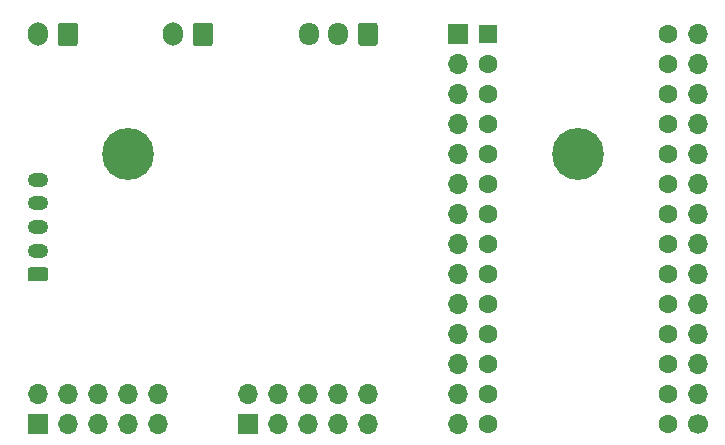
<source format=gbr>
%TF.GenerationSoftware,KiCad,Pcbnew,(5.1.10-1-10_14)*%
%TF.CreationDate,2021-08-23T22:51:27-07:00*%
%TF.ProjectId,town,746f776e-2e6b-4696-9361-645f70636258,rev?*%
%TF.SameCoordinates,Original*%
%TF.FileFunction,Soldermask,Bot*%
%TF.FilePolarity,Negative*%
%FSLAX46Y46*%
G04 Gerber Fmt 4.6, Leading zero omitted, Abs format (unit mm)*
G04 Created by KiCad (PCBNEW (5.1.10-1-10_14)) date 2021-08-23 22:51:27*
%MOMM*%
%LPD*%
G01*
G04 APERTURE LIST*
%ADD10C,4.399999*%
%ADD11R,1.600000X1.600000*%
%ADD12C,1.600000*%
%ADD13O,1.700000X1.700000*%
%ADD14R,1.700000X1.700000*%
%ADD15O,1.700000X2.000000*%
%ADD16O,1.700000X1.950000*%
%ADD17O,1.750000X1.200000*%
%ADD18C,1.700000*%
G04 APERTURE END LIST*
D10*
%TO.C,M2*%
X93980000Y-63500000D03*
%TD*%
%TO.C,M1*%
X55880000Y-63500000D03*
%TD*%
D11*
%TO.C,U1*%
X86360000Y-53340000D03*
D12*
X86360000Y-55880000D03*
X86360000Y-58420000D03*
X86360000Y-60960000D03*
X86360000Y-63500000D03*
X86360000Y-66040000D03*
X86360000Y-68580000D03*
X86360000Y-71120000D03*
X86360000Y-73660000D03*
X86360000Y-76200000D03*
X86360000Y-78740000D03*
X86360000Y-81280000D03*
X86360000Y-83820000D03*
X101600000Y-53340000D03*
X101600000Y-55880000D03*
X101600000Y-58420000D03*
X101600000Y-60960000D03*
X101600000Y-63500000D03*
X101600000Y-66040000D03*
X101600000Y-68580000D03*
X101600000Y-71120000D03*
X101600000Y-73660000D03*
X101600000Y-76200000D03*
X101600000Y-78740000D03*
X101600000Y-81280000D03*
X101600000Y-83820000D03*
X86360000Y-86360000D03*
X101600000Y-86360000D03*
%TD*%
D13*
%TO.C,EXP2*%
X76200000Y-83820000D03*
X76200000Y-86360000D03*
X73660000Y-83820000D03*
X73660000Y-86360000D03*
X71120000Y-83820000D03*
X71120000Y-86360000D03*
X68580000Y-83820000D03*
X68580000Y-86360000D03*
X66040000Y-83820000D03*
D14*
X66040000Y-86360000D03*
%TD*%
D13*
%TO.C,EXP1*%
X58420000Y-83820000D03*
X58420000Y-86360000D03*
X55880000Y-83820000D03*
X55880000Y-86360000D03*
X53340000Y-83820000D03*
X53340000Y-86360000D03*
X50800000Y-83820000D03*
X50800000Y-86360000D03*
X48260000Y-83820000D03*
D14*
X48260000Y-86360000D03*
%TD*%
D15*
%TO.C,J4*%
X48300000Y-53340000D03*
G36*
G01*
X51650000Y-52590000D02*
X51650000Y-54090000D01*
G75*
G02*
X51400000Y-54340000I-250000J0D01*
G01*
X50200000Y-54340000D01*
G75*
G02*
X49950000Y-54090000I0J250000D01*
G01*
X49950000Y-52590000D01*
G75*
G02*
X50200000Y-52340000I250000J0D01*
G01*
X51400000Y-52340000D01*
G75*
G02*
X51650000Y-52590000I0J-250000D01*
G01*
G37*
%TD*%
%TO.C,J3*%
X59730000Y-53340000D03*
G36*
G01*
X63080000Y-52590000D02*
X63080000Y-54090000D01*
G75*
G02*
X62830000Y-54340000I-250000J0D01*
G01*
X61630000Y-54340000D01*
G75*
G02*
X61380000Y-54090000I0J250000D01*
G01*
X61380000Y-52590000D01*
G75*
G02*
X61630000Y-52340000I250000J0D01*
G01*
X62830000Y-52340000D01*
G75*
G02*
X63080000Y-52590000I0J-250000D01*
G01*
G37*
%TD*%
D16*
%TO.C,J2*%
X71200000Y-53340000D03*
X73700000Y-53340000D03*
G36*
G01*
X77050000Y-52615000D02*
X77050000Y-54065000D01*
G75*
G02*
X76800000Y-54315000I-250000J0D01*
G01*
X75600000Y-54315000D01*
G75*
G02*
X75350000Y-54065000I0J250000D01*
G01*
X75350000Y-52615000D01*
G75*
G02*
X75600000Y-52365000I250000J0D01*
G01*
X76800000Y-52365000D01*
G75*
G02*
X77050000Y-52615000I0J-250000D01*
G01*
G37*
%TD*%
D17*
%TO.C,J1*%
X48260000Y-65660000D03*
X48260000Y-67660000D03*
X48260000Y-69660000D03*
X48260000Y-71660000D03*
G36*
G01*
X48885001Y-74260000D02*
X47634999Y-74260000D01*
G75*
G02*
X47385000Y-74010001I0J249999D01*
G01*
X47385000Y-73309999D01*
G75*
G02*
X47634999Y-73060000I249999J0D01*
G01*
X48885001Y-73060000D01*
G75*
G02*
X49135000Y-73309999I0J-249999D01*
G01*
X49135000Y-74010001D01*
G75*
G02*
X48885001Y-74260000I-249999J0D01*
G01*
G37*
%TD*%
D13*
%TO.C,H2*%
X104140000Y-53340000D03*
X104140000Y-55880000D03*
X104140000Y-58420000D03*
X104140000Y-60960000D03*
X104140000Y-63500000D03*
X104140000Y-66040000D03*
X104140000Y-68580000D03*
X104140000Y-71120000D03*
X104140000Y-73660000D03*
X104140000Y-76200000D03*
X104140000Y-78740000D03*
X104140000Y-81280000D03*
X104140000Y-83820000D03*
D18*
X104140000Y-86360000D03*
%TD*%
D13*
%TO.C,H1*%
X83820000Y-86360000D03*
X83820000Y-83820000D03*
X83820000Y-81280000D03*
X83820000Y-78740000D03*
X83820000Y-76200000D03*
X83820000Y-73660000D03*
X83820000Y-71120000D03*
X83820000Y-68580000D03*
X83820000Y-66040000D03*
X83820000Y-63500000D03*
X83820000Y-60960000D03*
X83820000Y-58420000D03*
X83820000Y-55880000D03*
D14*
X83820000Y-53340000D03*
%TD*%
M02*

</source>
